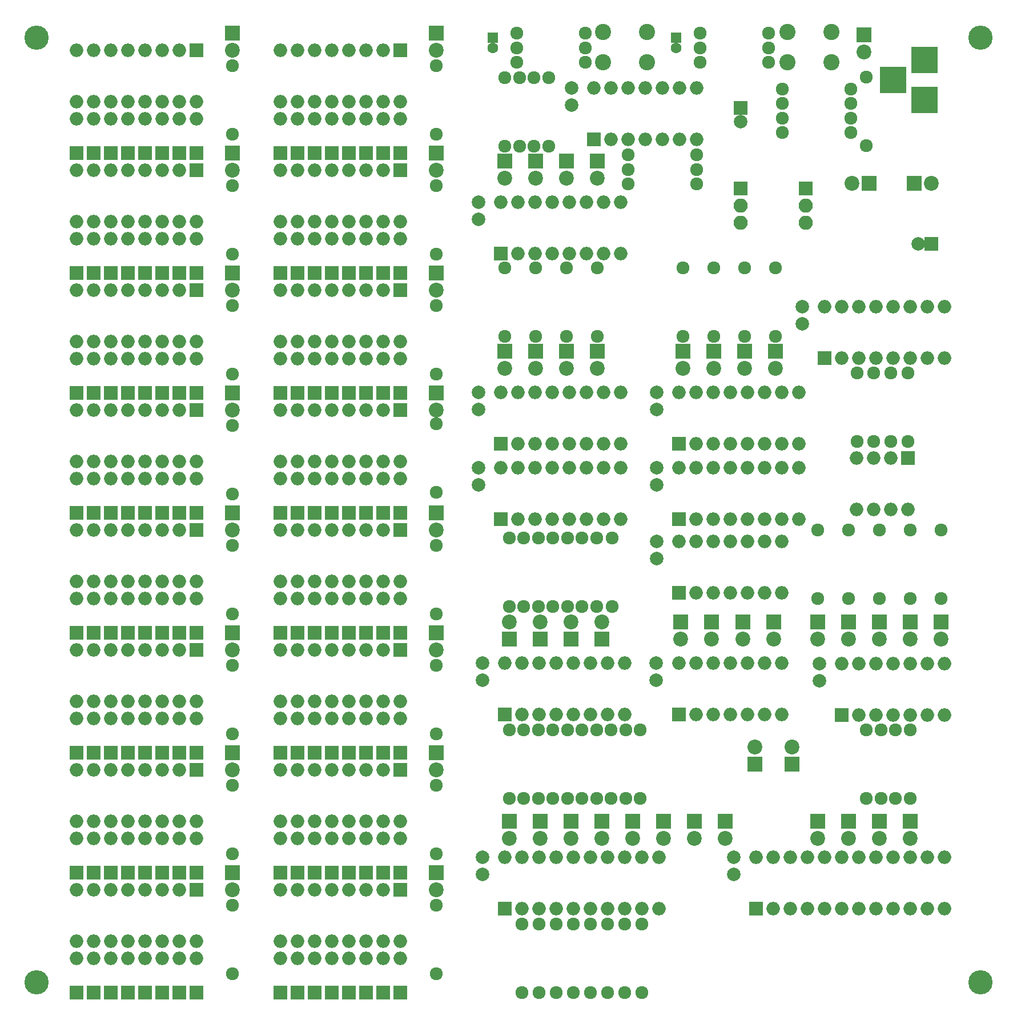
<source format=gbs>
G04 #@! TF.FileFunction,Soldermask,Bot*
%FSLAX46Y46*%
G04 Gerber Fmt 4.6, Leading zero omitted, Abs format (unit mm)*
G04 Created by KiCad (PCBNEW 4.0.1-stable) date 2017/06/30 23:27:55*
%MOMM*%
G01*
G04 APERTURE LIST*
%ADD10C,0.100000*%
%ADD11R,2.100000X2.100000*%
%ADD12O,2.100000X2.100000*%
%ADD13C,1.924000*%
%ADD14R,2.000000X2.000000*%
%ADD15C,2.000000*%
%ADD16R,1.600000X1.600000*%
%ADD17C,1.600000*%
%ADD18O,2.000000X2.000000*%
%ADD19R,3.900000X3.900000*%
%ADD20R,2.200000X2.200000*%
%ADD21C,2.200000*%
%ADD22C,2.400000*%
%ADD23C,3.600000*%
G04 APERTURE END LIST*
D10*
D11*
X243205000Y-90805000D03*
D12*
X243205000Y-93345000D03*
X243205000Y-95885000D03*
D13*
X210058000Y-152781000D03*
X210058000Y-142621000D03*
X207899000Y-152781000D03*
X207899000Y-142621000D03*
D14*
X261874000Y-99060000D03*
D15*
X259874000Y-99060000D03*
X194691000Y-121031000D03*
X194691000Y-123531000D03*
X195326000Y-161163000D03*
X195326000Y-163663000D03*
X194691000Y-132207000D03*
X194691000Y-134707000D03*
X221107000Y-143129000D03*
X221107000Y-145629000D03*
X221107000Y-121031000D03*
X221107000Y-123531000D03*
X221043500Y-161163000D03*
X221043500Y-163663000D03*
X245237000Y-161290000D03*
X245237000Y-163790000D03*
X221107000Y-132207000D03*
X221107000Y-134707000D03*
X194691000Y-92837000D03*
X194691000Y-95337000D03*
X242697000Y-108331000D03*
X242697000Y-110831000D03*
X208534000Y-75946000D03*
X208534000Y-78446000D03*
X195326000Y-189992000D03*
X195326000Y-192492000D03*
X232537000Y-189992000D03*
X232537000Y-192492000D03*
D16*
X196850000Y-68453000D03*
D17*
X196850000Y-69953000D03*
D14*
X233553000Y-78867000D03*
D15*
X233553000Y-80867000D03*
D16*
X224028000Y-68453000D03*
D17*
X224028000Y-69953000D03*
D14*
X135128000Y-85598000D03*
D18*
X135128000Y-80518000D03*
D14*
X137668000Y-85598000D03*
D18*
X137668000Y-80518000D03*
D14*
X140208000Y-85598000D03*
D18*
X140208000Y-80518000D03*
D14*
X142748000Y-85598000D03*
D18*
X142748000Y-80518000D03*
D14*
X145288000Y-85598000D03*
D18*
X145288000Y-80518000D03*
D14*
X147828000Y-85598000D03*
D18*
X147828000Y-80518000D03*
D14*
X150368000Y-85598000D03*
D18*
X150368000Y-80518000D03*
D14*
X152908000Y-85598000D03*
D18*
X152908000Y-80518000D03*
D14*
X135128000Y-103378000D03*
D18*
X135128000Y-98298000D03*
D14*
X137668000Y-103378000D03*
D18*
X137668000Y-98298000D03*
D14*
X140208000Y-103378000D03*
D18*
X140208000Y-98298000D03*
D14*
X142748000Y-103378000D03*
D18*
X142748000Y-98298000D03*
D14*
X145288000Y-103378000D03*
D18*
X145288000Y-98298000D03*
D14*
X147828000Y-103378000D03*
D18*
X147828000Y-98298000D03*
D14*
X150368000Y-103378000D03*
D18*
X150368000Y-98298000D03*
D14*
X152908000Y-103378000D03*
D18*
X152908000Y-98298000D03*
D14*
X135128000Y-121158000D03*
D18*
X135128000Y-116078000D03*
D14*
X137668000Y-121158000D03*
D18*
X137668000Y-116078000D03*
D14*
X140208000Y-121158000D03*
D18*
X140208000Y-116078000D03*
D14*
X142748000Y-121158000D03*
D18*
X142748000Y-116078000D03*
D14*
X145288000Y-121158000D03*
D18*
X145288000Y-116078000D03*
D14*
X147828000Y-121158000D03*
D18*
X147828000Y-116078000D03*
D14*
X150368000Y-121158000D03*
D18*
X150368000Y-116078000D03*
D14*
X152908000Y-121158000D03*
D18*
X152908000Y-116078000D03*
D14*
X135128000Y-138938000D03*
D18*
X135128000Y-133858000D03*
D14*
X137668000Y-138938000D03*
D18*
X137668000Y-133858000D03*
D14*
X140208000Y-138938000D03*
D18*
X140208000Y-133858000D03*
D14*
X142748000Y-138938000D03*
D18*
X142748000Y-133858000D03*
D14*
X145288000Y-138938000D03*
D18*
X145288000Y-133858000D03*
D14*
X147828000Y-138938000D03*
D18*
X147828000Y-133858000D03*
D14*
X150368000Y-138938000D03*
D18*
X150368000Y-133858000D03*
D14*
X152908000Y-138938000D03*
D18*
X152908000Y-133858000D03*
D14*
X135128000Y-156718000D03*
D18*
X135128000Y-151638000D03*
D14*
X137668000Y-156718000D03*
D18*
X137668000Y-151638000D03*
D14*
X140208000Y-156718000D03*
D18*
X140208000Y-151638000D03*
D14*
X142748000Y-156718000D03*
D18*
X142748000Y-151638000D03*
D14*
X145288000Y-156718000D03*
D18*
X145288000Y-151638000D03*
D14*
X147828000Y-156718000D03*
D18*
X147828000Y-151638000D03*
D14*
X150368000Y-156718000D03*
D18*
X150368000Y-151638000D03*
D14*
X152908000Y-156718000D03*
D18*
X152908000Y-151638000D03*
D14*
X135128000Y-174498000D03*
D18*
X135128000Y-169418000D03*
D14*
X137668000Y-174498000D03*
D18*
X137668000Y-169418000D03*
D14*
X140208000Y-174498000D03*
D18*
X140208000Y-169418000D03*
D14*
X142748000Y-174498000D03*
D18*
X142748000Y-169418000D03*
D14*
X145288000Y-174498000D03*
D18*
X145288000Y-169418000D03*
D14*
X147828000Y-174498000D03*
D18*
X147828000Y-169418000D03*
D14*
X150368000Y-174498000D03*
D18*
X150368000Y-169418000D03*
D14*
X152908000Y-174498000D03*
D18*
X152908000Y-169418000D03*
D14*
X135128000Y-192278000D03*
D18*
X135128000Y-187198000D03*
D14*
X137668000Y-192278000D03*
D18*
X137668000Y-187198000D03*
D14*
X140208000Y-192278000D03*
D18*
X140208000Y-187198000D03*
D14*
X142748000Y-192278000D03*
D18*
X142748000Y-187198000D03*
D14*
X145288000Y-192278000D03*
D18*
X145288000Y-187198000D03*
D14*
X147828000Y-192278000D03*
D18*
X147828000Y-187198000D03*
D14*
X150368000Y-192278000D03*
D18*
X150368000Y-187198000D03*
D14*
X152908000Y-192278000D03*
D18*
X152908000Y-187198000D03*
D14*
X135128000Y-210058000D03*
D18*
X135128000Y-204978000D03*
D14*
X137668000Y-210058000D03*
D18*
X137668000Y-204978000D03*
D14*
X140208000Y-210058000D03*
D18*
X140208000Y-204978000D03*
D14*
X142748000Y-210058000D03*
D18*
X142748000Y-204978000D03*
D14*
X145288000Y-210058000D03*
D18*
X145288000Y-204978000D03*
D14*
X147828000Y-210058000D03*
D18*
X147828000Y-204978000D03*
D14*
X150368000Y-210058000D03*
D18*
X150368000Y-204978000D03*
D14*
X152908000Y-210058000D03*
D18*
X152908000Y-204978000D03*
D14*
X165354000Y-85598000D03*
D18*
X165354000Y-80518000D03*
D14*
X167894000Y-85598000D03*
D18*
X167894000Y-80518000D03*
D14*
X170434000Y-85598000D03*
D18*
X170434000Y-80518000D03*
D14*
X172974000Y-85598000D03*
D18*
X172974000Y-80518000D03*
D14*
X175514000Y-85598000D03*
D18*
X175514000Y-80518000D03*
D14*
X178054000Y-85598000D03*
D18*
X178054000Y-80518000D03*
D14*
X180594000Y-85598000D03*
D18*
X180594000Y-80518000D03*
D14*
X183134000Y-85598000D03*
D18*
X183134000Y-80518000D03*
D14*
X165354000Y-103378000D03*
D18*
X165354000Y-98298000D03*
D14*
X167894000Y-103378000D03*
D18*
X167894000Y-98298000D03*
D14*
X170434000Y-103378000D03*
D18*
X170434000Y-98298000D03*
D14*
X172974000Y-103378000D03*
D18*
X172974000Y-98298000D03*
D14*
X175514000Y-103378000D03*
D18*
X175514000Y-98298000D03*
D14*
X178054000Y-103378000D03*
D18*
X178054000Y-98298000D03*
D14*
X180594000Y-103378000D03*
D18*
X180594000Y-98298000D03*
D14*
X183134000Y-103378000D03*
D18*
X183134000Y-98298000D03*
D14*
X165354000Y-121158000D03*
D18*
X165354000Y-116078000D03*
D14*
X167894000Y-121158000D03*
D18*
X167894000Y-116078000D03*
D14*
X170434000Y-121158000D03*
D18*
X170434000Y-116078000D03*
D14*
X172974000Y-121158000D03*
D18*
X172974000Y-116078000D03*
D14*
X175514000Y-121158000D03*
D18*
X175514000Y-116078000D03*
D14*
X178054000Y-121158000D03*
D18*
X178054000Y-116078000D03*
D14*
X180594000Y-121158000D03*
D18*
X180594000Y-116078000D03*
D14*
X183134000Y-121158000D03*
D18*
X183134000Y-116078000D03*
D14*
X165354000Y-138938000D03*
D18*
X165354000Y-133858000D03*
D14*
X167894000Y-138938000D03*
D18*
X167894000Y-133858000D03*
D14*
X170434000Y-138938000D03*
D18*
X170434000Y-133858000D03*
D14*
X172974000Y-138938000D03*
D18*
X172974000Y-133858000D03*
D14*
X175514000Y-138938000D03*
D18*
X175514000Y-133858000D03*
D14*
X178054000Y-138938000D03*
D18*
X178054000Y-133858000D03*
D14*
X180594000Y-138938000D03*
D18*
X180594000Y-133858000D03*
D14*
X183134000Y-138938000D03*
D18*
X183134000Y-133858000D03*
D14*
X165354000Y-156718000D03*
D18*
X165354000Y-151638000D03*
D14*
X167894000Y-156718000D03*
D18*
X167894000Y-151638000D03*
D14*
X170434000Y-156718000D03*
D18*
X170434000Y-151638000D03*
D14*
X172974000Y-156718000D03*
D18*
X172974000Y-151638000D03*
D14*
X175514000Y-156718000D03*
D18*
X175514000Y-151638000D03*
D14*
X178054000Y-156718000D03*
D18*
X178054000Y-151638000D03*
D14*
X180594000Y-156718000D03*
D18*
X180594000Y-151638000D03*
D14*
X183134000Y-156718000D03*
D18*
X183134000Y-151638000D03*
D14*
X165354000Y-174498000D03*
D18*
X165354000Y-169418000D03*
D14*
X167894000Y-174498000D03*
D18*
X167894000Y-169418000D03*
D14*
X170434000Y-174498000D03*
D18*
X170434000Y-169418000D03*
D14*
X172974000Y-174498000D03*
D18*
X172974000Y-169418000D03*
D14*
X175514000Y-174498000D03*
D18*
X175514000Y-169418000D03*
D14*
X178054000Y-174498000D03*
D18*
X178054000Y-169418000D03*
D14*
X180594000Y-174498000D03*
D18*
X180594000Y-169418000D03*
D14*
X183134000Y-174498000D03*
D18*
X183134000Y-169418000D03*
D14*
X165354000Y-192278000D03*
D18*
X165354000Y-187198000D03*
D14*
X167894000Y-192278000D03*
D18*
X167894000Y-187198000D03*
D14*
X170434000Y-192278000D03*
D18*
X170434000Y-187198000D03*
D14*
X172974000Y-192278000D03*
D18*
X172974000Y-187198000D03*
D14*
X175514000Y-192278000D03*
D18*
X175514000Y-187198000D03*
D14*
X178054000Y-192278000D03*
D18*
X178054000Y-187198000D03*
D14*
X180594000Y-192278000D03*
D18*
X180594000Y-187198000D03*
D14*
X183134000Y-192278000D03*
D18*
X183134000Y-187198000D03*
D14*
X165354000Y-210058000D03*
D18*
X165354000Y-204978000D03*
D14*
X167894000Y-210058000D03*
D18*
X167894000Y-204978000D03*
D14*
X170434000Y-210058000D03*
D18*
X170434000Y-204978000D03*
D14*
X172974000Y-210058000D03*
D18*
X172974000Y-204978000D03*
D14*
X175514000Y-210058000D03*
D18*
X175514000Y-204978000D03*
D14*
X178054000Y-210058000D03*
D18*
X178054000Y-204978000D03*
D14*
X180594000Y-210058000D03*
D18*
X180594000Y-204978000D03*
D14*
X183134000Y-210058000D03*
D18*
X183134000Y-204978000D03*
D14*
X152908000Y-70358000D03*
D18*
X135128000Y-77978000D03*
X150368000Y-70358000D03*
X137668000Y-77978000D03*
X147828000Y-70358000D03*
X140208000Y-77978000D03*
X145288000Y-70358000D03*
X142748000Y-77978000D03*
X142748000Y-70358000D03*
X145288000Y-77978000D03*
X140208000Y-70358000D03*
X147828000Y-77978000D03*
X137668000Y-70358000D03*
X150368000Y-77978000D03*
X135128000Y-70358000D03*
X152908000Y-77978000D03*
D14*
X152908000Y-88138000D03*
D18*
X135128000Y-95758000D03*
X150368000Y-88138000D03*
X137668000Y-95758000D03*
X147828000Y-88138000D03*
X140208000Y-95758000D03*
X145288000Y-88138000D03*
X142748000Y-95758000D03*
X142748000Y-88138000D03*
X145288000Y-95758000D03*
X140208000Y-88138000D03*
X147828000Y-95758000D03*
X137668000Y-88138000D03*
X150368000Y-95758000D03*
X135128000Y-88138000D03*
X152908000Y-95758000D03*
D14*
X152908000Y-105918000D03*
D18*
X135128000Y-113538000D03*
X150368000Y-105918000D03*
X137668000Y-113538000D03*
X147828000Y-105918000D03*
X140208000Y-113538000D03*
X145288000Y-105918000D03*
X142748000Y-113538000D03*
X142748000Y-105918000D03*
X145288000Y-113538000D03*
X140208000Y-105918000D03*
X147828000Y-113538000D03*
X137668000Y-105918000D03*
X150368000Y-113538000D03*
X135128000Y-105918000D03*
X152908000Y-113538000D03*
D14*
X152908000Y-123698000D03*
D18*
X135128000Y-131318000D03*
X150368000Y-123698000D03*
X137668000Y-131318000D03*
X147828000Y-123698000D03*
X140208000Y-131318000D03*
X145288000Y-123698000D03*
X142748000Y-131318000D03*
X142748000Y-123698000D03*
X145288000Y-131318000D03*
X140208000Y-123698000D03*
X147828000Y-131318000D03*
X137668000Y-123698000D03*
X150368000Y-131318000D03*
X135128000Y-123698000D03*
X152908000Y-131318000D03*
D14*
X152908000Y-141478000D03*
D18*
X135128000Y-149098000D03*
X150368000Y-141478000D03*
X137668000Y-149098000D03*
X147828000Y-141478000D03*
X140208000Y-149098000D03*
X145288000Y-141478000D03*
X142748000Y-149098000D03*
X142748000Y-141478000D03*
X145288000Y-149098000D03*
X140208000Y-141478000D03*
X147828000Y-149098000D03*
X137668000Y-141478000D03*
X150368000Y-149098000D03*
X135128000Y-141478000D03*
X152908000Y-149098000D03*
D14*
X152908000Y-159258000D03*
D18*
X135128000Y-166878000D03*
X150368000Y-159258000D03*
X137668000Y-166878000D03*
X147828000Y-159258000D03*
X140208000Y-166878000D03*
X145288000Y-159258000D03*
X142748000Y-166878000D03*
X142748000Y-159258000D03*
X145288000Y-166878000D03*
X140208000Y-159258000D03*
X147828000Y-166878000D03*
X137668000Y-159258000D03*
X150368000Y-166878000D03*
X135128000Y-159258000D03*
X152908000Y-166878000D03*
D14*
X152908000Y-177038000D03*
D18*
X135128000Y-184658000D03*
X150368000Y-177038000D03*
X137668000Y-184658000D03*
X147828000Y-177038000D03*
X140208000Y-184658000D03*
X145288000Y-177038000D03*
X142748000Y-184658000D03*
X142748000Y-177038000D03*
X145288000Y-184658000D03*
X140208000Y-177038000D03*
X147828000Y-184658000D03*
X137668000Y-177038000D03*
X150368000Y-184658000D03*
X135128000Y-177038000D03*
X152908000Y-184658000D03*
D14*
X152908000Y-194818000D03*
D18*
X135128000Y-202438000D03*
X150368000Y-194818000D03*
X137668000Y-202438000D03*
X147828000Y-194818000D03*
X140208000Y-202438000D03*
X145288000Y-194818000D03*
X142748000Y-202438000D03*
X142748000Y-194818000D03*
X145288000Y-202438000D03*
X140208000Y-194818000D03*
X147828000Y-202438000D03*
X137668000Y-194818000D03*
X150368000Y-202438000D03*
X135128000Y-194818000D03*
X152908000Y-202438000D03*
D14*
X183134000Y-70358000D03*
D18*
X165354000Y-77978000D03*
X180594000Y-70358000D03*
X167894000Y-77978000D03*
X178054000Y-70358000D03*
X170434000Y-77978000D03*
X175514000Y-70358000D03*
X172974000Y-77978000D03*
X172974000Y-70358000D03*
X175514000Y-77978000D03*
X170434000Y-70358000D03*
X178054000Y-77978000D03*
X167894000Y-70358000D03*
X180594000Y-77978000D03*
X165354000Y-70358000D03*
X183134000Y-77978000D03*
D14*
X183134000Y-88138000D03*
D18*
X165354000Y-95758000D03*
X180594000Y-88138000D03*
X167894000Y-95758000D03*
X178054000Y-88138000D03*
X170434000Y-95758000D03*
X175514000Y-88138000D03*
X172974000Y-95758000D03*
X172974000Y-88138000D03*
X175514000Y-95758000D03*
X170434000Y-88138000D03*
X178054000Y-95758000D03*
X167894000Y-88138000D03*
X180594000Y-95758000D03*
X165354000Y-88138000D03*
X183134000Y-95758000D03*
D14*
X183134000Y-105918000D03*
D18*
X165354000Y-113538000D03*
X180594000Y-105918000D03*
X167894000Y-113538000D03*
X178054000Y-105918000D03*
X170434000Y-113538000D03*
X175514000Y-105918000D03*
X172974000Y-113538000D03*
X172974000Y-105918000D03*
X175514000Y-113538000D03*
X170434000Y-105918000D03*
X178054000Y-113538000D03*
X167894000Y-105918000D03*
X180594000Y-113538000D03*
X165354000Y-105918000D03*
X183134000Y-113538000D03*
D14*
X183134000Y-123698000D03*
D18*
X165354000Y-131318000D03*
X180594000Y-123698000D03*
X167894000Y-131318000D03*
X178054000Y-123698000D03*
X170434000Y-131318000D03*
X175514000Y-123698000D03*
X172974000Y-131318000D03*
X172974000Y-123698000D03*
X175514000Y-131318000D03*
X170434000Y-123698000D03*
X178054000Y-131318000D03*
X167894000Y-123698000D03*
X180594000Y-131318000D03*
X165354000Y-123698000D03*
X183134000Y-131318000D03*
D14*
X183134000Y-141478000D03*
D18*
X165354000Y-149098000D03*
X180594000Y-141478000D03*
X167894000Y-149098000D03*
X178054000Y-141478000D03*
X170434000Y-149098000D03*
X175514000Y-141478000D03*
X172974000Y-149098000D03*
X172974000Y-141478000D03*
X175514000Y-149098000D03*
X170434000Y-141478000D03*
X178054000Y-149098000D03*
X167894000Y-141478000D03*
X180594000Y-149098000D03*
X165354000Y-141478000D03*
X183134000Y-149098000D03*
D14*
X183134000Y-159258000D03*
D18*
X165354000Y-166878000D03*
X180594000Y-159258000D03*
X167894000Y-166878000D03*
X178054000Y-159258000D03*
X170434000Y-166878000D03*
X175514000Y-159258000D03*
X172974000Y-166878000D03*
X172974000Y-159258000D03*
X175514000Y-166878000D03*
X170434000Y-159258000D03*
X178054000Y-166878000D03*
X167894000Y-159258000D03*
X180594000Y-166878000D03*
X165354000Y-159258000D03*
X183134000Y-166878000D03*
D14*
X183134000Y-177038000D03*
D18*
X165354000Y-184658000D03*
X180594000Y-177038000D03*
X167894000Y-184658000D03*
X178054000Y-177038000D03*
X170434000Y-184658000D03*
X175514000Y-177038000D03*
X172974000Y-184658000D03*
X172974000Y-177038000D03*
X175514000Y-184658000D03*
X170434000Y-177038000D03*
X178054000Y-184658000D03*
X167894000Y-177038000D03*
X180594000Y-184658000D03*
X165354000Y-177038000D03*
X183134000Y-184658000D03*
D14*
X183134000Y-194818000D03*
D18*
X165354000Y-202438000D03*
X180594000Y-194818000D03*
X167894000Y-202438000D03*
X178054000Y-194818000D03*
X170434000Y-202438000D03*
X175514000Y-194818000D03*
X172974000Y-202438000D03*
X172974000Y-194818000D03*
X175514000Y-202438000D03*
X170434000Y-194818000D03*
X178054000Y-202438000D03*
X167894000Y-194818000D03*
X180594000Y-202438000D03*
X165354000Y-194818000D03*
X183134000Y-202438000D03*
D14*
X258381500Y-130746500D03*
D18*
X250761500Y-138366500D03*
X255841500Y-130746500D03*
X253301500Y-138366500D03*
X253301500Y-130746500D03*
X255841500Y-138366500D03*
X250761500Y-130746500D03*
X258381500Y-138366500D03*
D19*
X260858000Y-77724000D03*
X260858000Y-71724000D03*
X256158000Y-74724000D03*
D20*
X259334000Y-90043000D03*
D21*
X261874000Y-90043000D03*
D20*
X198628000Y-114935000D03*
D21*
X198628000Y-117475000D03*
D20*
X203200000Y-114935000D03*
D21*
X203200000Y-117475000D03*
D20*
X207772000Y-114935000D03*
D21*
X207772000Y-117475000D03*
D20*
X212344000Y-114935000D03*
D21*
X212344000Y-117475000D03*
D20*
X225044000Y-114935000D03*
D21*
X225044000Y-117475000D03*
D20*
X229616000Y-114935000D03*
D21*
X229616000Y-117475000D03*
D20*
X234188000Y-114935000D03*
D21*
X234188000Y-117475000D03*
D20*
X238760000Y-114935000D03*
D21*
X238760000Y-117475000D03*
D20*
X263271000Y-155067000D03*
D21*
X263271000Y-157607000D03*
D20*
X258699000Y-155067000D03*
D21*
X258699000Y-157607000D03*
D20*
X254127000Y-155067000D03*
D21*
X254127000Y-157607000D03*
D20*
X249555000Y-155067000D03*
D21*
X249555000Y-157607000D03*
D20*
X212979000Y-157607000D03*
D21*
X212979000Y-155067000D03*
D20*
X208407000Y-157607000D03*
D21*
X208407000Y-155067000D03*
D20*
X203835000Y-157607000D03*
D21*
X203835000Y-155067000D03*
D20*
X199263000Y-157607000D03*
D21*
X199263000Y-155067000D03*
D20*
X238506000Y-155067000D03*
D21*
X238506000Y-157607000D03*
D20*
X233934000Y-155067000D03*
D21*
X233934000Y-157607000D03*
D20*
X229298500Y-155067000D03*
D21*
X229298500Y-157607000D03*
D20*
X224726500Y-155067000D03*
D21*
X224726500Y-157607000D03*
D20*
X199263000Y-184658000D03*
D21*
X199263000Y-187198000D03*
D20*
X203835000Y-184658000D03*
D21*
X203835000Y-187198000D03*
D20*
X208407000Y-184658000D03*
D21*
X208407000Y-187198000D03*
D20*
X212979000Y-184658000D03*
D21*
X212979000Y-187198000D03*
D20*
X217551000Y-184658000D03*
D21*
X217551000Y-187198000D03*
D20*
X222123000Y-184658000D03*
D21*
X222123000Y-187198000D03*
D20*
X226695000Y-184658000D03*
D21*
X226695000Y-187198000D03*
D20*
X231267000Y-184658000D03*
D21*
X231267000Y-187198000D03*
D20*
X241173000Y-176149000D03*
D21*
X241173000Y-173609000D03*
D20*
X235712000Y-176149000D03*
D21*
X235712000Y-173609000D03*
D20*
X244983000Y-155067000D03*
D21*
X244983000Y-157607000D03*
D20*
X198628000Y-86741000D03*
D21*
X198628000Y-89281000D03*
D20*
X203200000Y-86741000D03*
D21*
X203200000Y-89281000D03*
D20*
X207772000Y-86741000D03*
D21*
X207772000Y-89281000D03*
D20*
X212344000Y-86741000D03*
D21*
X212344000Y-89281000D03*
D20*
X252603000Y-90043000D03*
D21*
X250063000Y-90043000D03*
D20*
X251841000Y-68072000D03*
D21*
X251841000Y-70612000D03*
D20*
X158242000Y-192278000D03*
D21*
X158242000Y-194818000D03*
D20*
X158242000Y-174498000D03*
D21*
X158242000Y-177038000D03*
D20*
X158242000Y-156718000D03*
D21*
X158242000Y-159258000D03*
D20*
X158242000Y-138938000D03*
D21*
X158242000Y-141478000D03*
D20*
X158242000Y-121158000D03*
D21*
X158242000Y-123698000D03*
D20*
X158242000Y-103378000D03*
D21*
X158242000Y-105918000D03*
D20*
X158242000Y-85598000D03*
D21*
X158242000Y-88138000D03*
D20*
X158242000Y-67818000D03*
D21*
X158242000Y-70358000D03*
D20*
X188468000Y-67818000D03*
D21*
X188468000Y-70358000D03*
D20*
X188468000Y-85598000D03*
D21*
X188468000Y-88138000D03*
D20*
X188468000Y-103378000D03*
D21*
X188468000Y-105918000D03*
D20*
X188468000Y-121158000D03*
D21*
X188468000Y-123698000D03*
D20*
X188468000Y-138938000D03*
D21*
X188468000Y-141478000D03*
D20*
X188468000Y-156718000D03*
D21*
X188468000Y-159258000D03*
D20*
X188468000Y-174498000D03*
D21*
X188468000Y-177038000D03*
D20*
X188468000Y-192278000D03*
D21*
X188468000Y-194818000D03*
D22*
X219710000Y-67636000D03*
X219710000Y-72136000D03*
X213210000Y-67636000D03*
X213210000Y-72136000D03*
X247015000Y-67636000D03*
X247015000Y-72136000D03*
X240515000Y-67636000D03*
X240515000Y-72136000D03*
D13*
X198628000Y-112776000D03*
X198628000Y-102616000D03*
X203200000Y-112776000D03*
X203200000Y-102616000D03*
X207772000Y-112776000D03*
X207772000Y-102616000D03*
X212344000Y-112776000D03*
X212344000Y-102616000D03*
X225044000Y-112776000D03*
X225044000Y-102616000D03*
X229616000Y-112776000D03*
X229616000Y-102616000D03*
X234188000Y-112776000D03*
X234188000Y-102616000D03*
X238760000Y-112776000D03*
X238760000Y-102616000D03*
X263271000Y-151638000D03*
X263271000Y-141478000D03*
X258699000Y-151638000D03*
X258699000Y-141478000D03*
X254127000Y-151638000D03*
X254127000Y-141478000D03*
X249555000Y-151638000D03*
X249555000Y-141478000D03*
X205740000Y-142621000D03*
X205740000Y-152781000D03*
X203581000Y-142621000D03*
X203581000Y-152781000D03*
X201422000Y-152781000D03*
X201422000Y-142621000D03*
X199263000Y-152781000D03*
X199263000Y-142621000D03*
X212217000Y-152781000D03*
X212217000Y-142621000D03*
X199263000Y-181229000D03*
X199263000Y-171069000D03*
X201422000Y-181229000D03*
X201422000Y-171069000D03*
X203581000Y-181229000D03*
X203581000Y-171069000D03*
X205740000Y-181229000D03*
X205740000Y-171069000D03*
X207899000Y-181229000D03*
X207899000Y-171069000D03*
X210058000Y-181229000D03*
X210058000Y-171069000D03*
X212217000Y-181229000D03*
X212217000Y-171069000D03*
X214376000Y-181229000D03*
X214376000Y-171069000D03*
X216535000Y-181229000D03*
X216535000Y-171069000D03*
X218694000Y-181229000D03*
X218694000Y-171069000D03*
X244983000Y-151638000D03*
X244983000Y-141478000D03*
X252222000Y-74295000D03*
X252222000Y-84455000D03*
X258381500Y-118173500D03*
X258381500Y-128333500D03*
X255841500Y-118173500D03*
X255841500Y-128333500D03*
X253301500Y-118173500D03*
X253301500Y-128333500D03*
X198628000Y-84582000D03*
X198628000Y-74422000D03*
X200787000Y-84582000D03*
X200787000Y-74422000D03*
X202946000Y-84582000D03*
X202946000Y-74422000D03*
X205105000Y-84582000D03*
X205105000Y-74422000D03*
X250825000Y-118173500D03*
X250825000Y-128333500D03*
X200406000Y-67818000D03*
X210566000Y-67818000D03*
X249936000Y-78232000D03*
X239776000Y-78232000D03*
X249936000Y-82550000D03*
X239776000Y-82550000D03*
X216916000Y-88011000D03*
X227076000Y-88011000D03*
X216916000Y-90170000D03*
X227076000Y-90170000D03*
X216916000Y-85852000D03*
X227076000Y-85852000D03*
X249936000Y-76073000D03*
X239776000Y-76073000D03*
X227584000Y-67818000D03*
X237744000Y-67818000D03*
X227584000Y-69977000D03*
X237744000Y-69977000D03*
X237744000Y-72136000D03*
X227584000Y-72136000D03*
X249936000Y-80391000D03*
X239776000Y-80391000D03*
X201168000Y-210058000D03*
X201168000Y-199898000D03*
X203708000Y-210058000D03*
X203708000Y-199898000D03*
X206248000Y-210058000D03*
X206248000Y-199898000D03*
X208788000Y-210058000D03*
X208788000Y-199898000D03*
X211328000Y-210058000D03*
X211328000Y-199898000D03*
X213868000Y-210058000D03*
X213868000Y-199898000D03*
X216408000Y-210058000D03*
X216408000Y-199898000D03*
X218948000Y-210058000D03*
X218948000Y-199898000D03*
X158242000Y-197104000D03*
X158242000Y-207264000D03*
X158242000Y-179324000D03*
X158242000Y-189484000D03*
X158242000Y-161544000D03*
X158242000Y-171704000D03*
X158242000Y-143764000D03*
X158242000Y-153924000D03*
X158242000Y-125984000D03*
X158242000Y-136144000D03*
X158242000Y-108204000D03*
X158242000Y-118364000D03*
X158242000Y-90424000D03*
X158242000Y-100584000D03*
X158242000Y-72644000D03*
X158242000Y-82804000D03*
X188468000Y-72644000D03*
X188468000Y-82804000D03*
X188468000Y-90424000D03*
X188468000Y-100584000D03*
X188468000Y-108204000D03*
X188468000Y-118364000D03*
X188468000Y-125730000D03*
X188468000Y-135890000D03*
X188468000Y-143764000D03*
X188468000Y-153924000D03*
X188468000Y-161544000D03*
X188468000Y-171704000D03*
X188468000Y-179324000D03*
X188468000Y-189484000D03*
X188468000Y-197104000D03*
X188468000Y-207264000D03*
D11*
X233553000Y-90805000D03*
D12*
X233553000Y-93345000D03*
X233553000Y-95885000D03*
D14*
X197993000Y-128651000D03*
D18*
X215773000Y-121031000D03*
X200533000Y-128651000D03*
X213233000Y-121031000D03*
X203073000Y-128651000D03*
X210693000Y-121031000D03*
X205613000Y-128651000D03*
X208153000Y-121031000D03*
X208153000Y-128651000D03*
X205613000Y-121031000D03*
X210693000Y-128651000D03*
X203073000Y-121031000D03*
X213233000Y-128651000D03*
X200533000Y-121031000D03*
X215773000Y-128651000D03*
X197993000Y-121031000D03*
D14*
X198628000Y-168783000D03*
D18*
X216408000Y-161163000D03*
X201168000Y-168783000D03*
X213868000Y-161163000D03*
X203708000Y-168783000D03*
X211328000Y-161163000D03*
X206248000Y-168783000D03*
X208788000Y-161163000D03*
X208788000Y-168783000D03*
X206248000Y-161163000D03*
X211328000Y-168783000D03*
X203708000Y-161163000D03*
X213868000Y-168783000D03*
X201168000Y-161163000D03*
X216408000Y-168783000D03*
X198628000Y-161163000D03*
D14*
X197993000Y-139827000D03*
D18*
X215773000Y-132207000D03*
X200533000Y-139827000D03*
X213233000Y-132207000D03*
X203073000Y-139827000D03*
X210693000Y-132207000D03*
X205613000Y-139827000D03*
X208153000Y-132207000D03*
X208153000Y-139827000D03*
X205613000Y-132207000D03*
X210693000Y-139827000D03*
X203073000Y-132207000D03*
X213233000Y-139827000D03*
X200533000Y-132207000D03*
X215773000Y-139827000D03*
X197993000Y-132207000D03*
D14*
X224409000Y-150749000D03*
D18*
X239649000Y-143129000D03*
X226949000Y-150749000D03*
X237109000Y-143129000D03*
X229489000Y-150749000D03*
X234569000Y-143129000D03*
X232029000Y-150749000D03*
X232029000Y-143129000D03*
X234569000Y-150749000D03*
X229489000Y-143129000D03*
X237109000Y-150749000D03*
X226949000Y-143129000D03*
X239649000Y-150749000D03*
X224409000Y-143129000D03*
D14*
X224409000Y-128651000D03*
D18*
X242189000Y-121031000D03*
X226949000Y-128651000D03*
X239649000Y-121031000D03*
X229489000Y-128651000D03*
X237109000Y-121031000D03*
X232029000Y-128651000D03*
X234569000Y-121031000D03*
X234569000Y-128651000D03*
X232029000Y-121031000D03*
X237109000Y-128651000D03*
X229489000Y-121031000D03*
X239649000Y-128651000D03*
X226949000Y-121031000D03*
X242189000Y-128651000D03*
X224409000Y-121031000D03*
D14*
X224409000Y-168783000D03*
D18*
X239649000Y-161163000D03*
X226949000Y-168783000D03*
X237109000Y-161163000D03*
X229489000Y-168783000D03*
X234569000Y-161163000D03*
X232029000Y-168783000D03*
X232029000Y-161163000D03*
X234569000Y-168783000D03*
X229489000Y-161163000D03*
X237109000Y-168783000D03*
X226949000Y-161163000D03*
X239649000Y-168783000D03*
X224409000Y-161163000D03*
D14*
X248539000Y-168910000D03*
D18*
X263779000Y-161290000D03*
X251079000Y-168910000D03*
X261239000Y-161290000D03*
X253619000Y-168910000D03*
X258699000Y-161290000D03*
X256159000Y-168910000D03*
X256159000Y-161290000D03*
X258699000Y-168910000D03*
X253619000Y-161290000D03*
X261239000Y-168910000D03*
X251079000Y-161290000D03*
X263779000Y-168910000D03*
X248539000Y-161290000D03*
D14*
X224409000Y-139827000D03*
D18*
X242189000Y-132207000D03*
X226949000Y-139827000D03*
X239649000Y-132207000D03*
X229489000Y-139827000D03*
X237109000Y-132207000D03*
X232029000Y-139827000D03*
X234569000Y-132207000D03*
X234569000Y-139827000D03*
X232029000Y-132207000D03*
X237109000Y-139827000D03*
X229489000Y-132207000D03*
X239649000Y-139827000D03*
X226949000Y-132207000D03*
X242189000Y-139827000D03*
X224409000Y-132207000D03*
D14*
X197993000Y-100457000D03*
D18*
X215773000Y-92837000D03*
X200533000Y-100457000D03*
X213233000Y-92837000D03*
X203073000Y-100457000D03*
X210693000Y-92837000D03*
X205613000Y-100457000D03*
X208153000Y-92837000D03*
X208153000Y-100457000D03*
X205613000Y-92837000D03*
X210693000Y-100457000D03*
X203073000Y-92837000D03*
X213233000Y-100457000D03*
X200533000Y-92837000D03*
X215773000Y-100457000D03*
X197993000Y-92837000D03*
D14*
X245999000Y-115951000D03*
D18*
X263779000Y-108331000D03*
X248539000Y-115951000D03*
X261239000Y-108331000D03*
X251079000Y-115951000D03*
X258699000Y-108331000D03*
X253619000Y-115951000D03*
X256159000Y-108331000D03*
X256159000Y-115951000D03*
X253619000Y-108331000D03*
X258699000Y-115951000D03*
X251079000Y-108331000D03*
X261239000Y-115951000D03*
X248539000Y-108331000D03*
X263779000Y-115951000D03*
X245999000Y-108331000D03*
D14*
X211836000Y-83566000D03*
D18*
X227076000Y-75946000D03*
X214376000Y-83566000D03*
X224536000Y-75946000D03*
X216916000Y-83566000D03*
X221996000Y-75946000D03*
X219456000Y-83566000D03*
X219456000Y-75946000D03*
X221996000Y-83566000D03*
X216916000Y-75946000D03*
X224536000Y-83566000D03*
X214376000Y-75946000D03*
X227076000Y-83566000D03*
X211836000Y-75946000D03*
D14*
X198628000Y-197612000D03*
D18*
X221488000Y-189992000D03*
X201168000Y-197612000D03*
X218948000Y-189992000D03*
X203708000Y-197612000D03*
X216408000Y-189992000D03*
X206248000Y-197612000D03*
X213868000Y-189992000D03*
X208788000Y-197612000D03*
X211328000Y-189992000D03*
X211328000Y-197612000D03*
X208788000Y-189992000D03*
X213868000Y-197612000D03*
X206248000Y-189992000D03*
X216408000Y-197612000D03*
X203708000Y-189992000D03*
X218948000Y-197612000D03*
X201168000Y-189992000D03*
X221488000Y-197612000D03*
X198628000Y-189992000D03*
D14*
X235839000Y-197548500D03*
D18*
X263779000Y-189928500D03*
X238379000Y-197548500D03*
X261239000Y-189928500D03*
X240919000Y-197548500D03*
X258699000Y-189928500D03*
X243459000Y-197548500D03*
X256159000Y-189928500D03*
X245999000Y-197548500D03*
X253619000Y-189928500D03*
X248539000Y-197548500D03*
X251079000Y-189928500D03*
X251079000Y-197548500D03*
X248539000Y-189928500D03*
X253619000Y-197548500D03*
X245999000Y-189928500D03*
X256159000Y-197548500D03*
X243459000Y-189928500D03*
X258699000Y-197548500D03*
X240919000Y-189928500D03*
X261239000Y-197548500D03*
X238379000Y-189928500D03*
X263779000Y-197548500D03*
X235839000Y-189928500D03*
D20*
X244983000Y-184658000D03*
D21*
X244983000Y-187198000D03*
D20*
X249555000Y-184658000D03*
D21*
X249555000Y-187198000D03*
D20*
X254127000Y-184658000D03*
D21*
X254127000Y-187198000D03*
D20*
X258699000Y-184658000D03*
D21*
X258699000Y-187198000D03*
D13*
X252222000Y-171069000D03*
X252222000Y-181229000D03*
X254381000Y-171069000D03*
X254381000Y-181229000D03*
X256540000Y-171069000D03*
X256540000Y-181229000D03*
X258699000Y-171069000D03*
X258699000Y-181229000D03*
X214503000Y-152781000D03*
X214503000Y-142621000D03*
X200406000Y-69977000D03*
X210566000Y-69977000D03*
X210566000Y-72136000D03*
X200406000Y-72136000D03*
D23*
X269162000Y-68495000D03*
X129162000Y-68495000D03*
X129162000Y-208495000D03*
X269162000Y-208495000D03*
M02*

</source>
